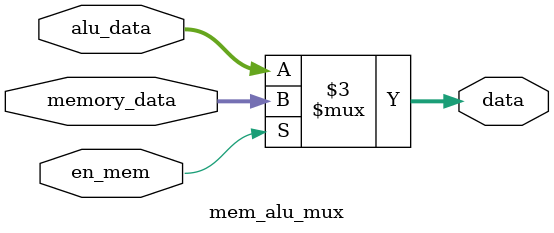
<source format=v>
module mem_alu_mux (
    input en_mem,
    input [15:0] memory_data, alu_data,
    output reg [15:0] data
);

always @(*) begin
    // $display("en_mem: ", en_mem);
    if (en_mem) begin
        data = memory_data;
    end
    else begin
        data = alu_data;
    end
end

endmodule
</source>
